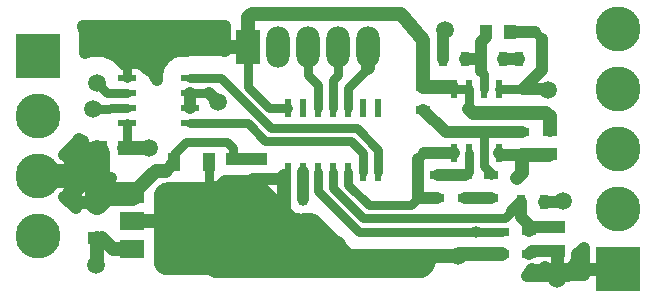
<source format=gbr>
G04 #@! TF.FileFunction,Copper,L1,Top,Signal*
%FSLAX46Y46*%
G04 Gerber Fmt 4.6, Leading zero omitted, Abs format (unit mm)*
G04 Created by KiCad (PCBNEW 4.0.6) date Thursday, 09 June 2022 'PMt' 12:22:57*
%MOMM*%
%LPD*%
G01*
G04 APERTURE LIST*
%ADD10C,0.100000*%
%ADD11R,2.000000X3.000000*%
%ADD12O,2.000000X3.500000*%
%ADD13R,1.600000X1.000000*%
%ADD14R,1.000000X1.250000*%
%ADD15R,1.250000X1.000000*%
%ADD16R,1.550000X0.600000*%
%ADD17C,3.810000*%
%ADD18R,3.810000X3.810000*%
%ADD19R,0.700000X1.300000*%
%ADD20R,1.300000X0.700000*%
%ADD21R,2.000000X3.800000*%
%ADD22R,2.000000X1.500000*%
%ADD23R,0.600000X1.550000*%
%ADD24R,0.600000X1.500000*%
%ADD25R,1.000000X1.600000*%
%ADD26C,1.500000*%
%ADD27C,1.000000*%
%ADD28C,0.800000*%
%ADD29C,1.200000*%
%ADD30C,0.500000*%
%ADD31C,1.000000*%
%ADD32C,2.000000*%
G04 APERTURE END LIST*
D10*
D11*
X22520000Y22410000D03*
D12*
X25060000Y22410000D03*
X27600000Y22410000D03*
X30140000Y22410000D03*
X32680000Y22410000D03*
D13*
X9720000Y6210000D03*
X9720000Y9210000D03*
D14*
X12020000Y13810000D03*
X10020000Y13810000D03*
D15*
X21180000Y10910000D03*
X21180000Y12910000D03*
X23520000Y10890000D03*
X23520000Y12890000D03*
X48720000Y7110000D03*
X48720000Y5110000D03*
D16*
X17620000Y15905000D03*
X17620000Y17175000D03*
X17620000Y18445000D03*
X17620000Y19715000D03*
X12220000Y19715000D03*
X12220000Y18445000D03*
X12220000Y17175000D03*
X12220000Y15905000D03*
D17*
X4720000Y16550000D03*
X4720000Y11470000D03*
D18*
X4720000Y21630000D03*
D17*
X4720000Y6390000D03*
D19*
X47540000Y9270000D03*
X45640000Y9270000D03*
D20*
X46320000Y6760000D03*
X46320000Y4860000D03*
X44020000Y4810000D03*
X44020000Y6710000D03*
X38530000Y9610000D03*
X38530000Y11510000D03*
X43060000Y9620000D03*
X43060000Y11520000D03*
X45720000Y13260000D03*
X45720000Y15160000D03*
X37320000Y17060000D03*
X37320000Y18960000D03*
D21*
X18970000Y7610000D03*
D22*
X12670000Y7610000D03*
X12670000Y5310000D03*
X12670000Y9910000D03*
D23*
X43725000Y18810000D03*
X42455000Y18810000D03*
X41185000Y18810000D03*
X39915000Y18810000D03*
X39915000Y13410000D03*
X41185000Y13410000D03*
X42455000Y13410000D03*
X43725000Y13410000D03*
D24*
X25910000Y11810000D03*
X27180000Y11810000D03*
X28450000Y11810000D03*
X29720000Y11810000D03*
X30990000Y11810000D03*
X32260000Y11810000D03*
X33530000Y11810000D03*
X33530000Y17210000D03*
X32260000Y17210000D03*
X30990000Y17210000D03*
X29720000Y17210000D03*
X28450000Y17210000D03*
X27180000Y17210000D03*
X25910000Y17210000D03*
D17*
X53820000Y8630000D03*
X53820000Y13710000D03*
D18*
X53820000Y3550000D03*
D17*
X53820000Y18790000D03*
X53820000Y23870000D03*
D25*
X19220000Y12610000D03*
X16220000Y12610000D03*
D15*
X48020000Y13310000D03*
X48020000Y15310000D03*
D19*
X45470000Y21350000D03*
X47370000Y21350000D03*
X42200000Y21350000D03*
X44100000Y21350000D03*
X38960000Y21350000D03*
X40860000Y21350000D03*
D20*
X40850000Y9600000D03*
X40850000Y11500000D03*
D14*
X44680000Y23640000D03*
X42680000Y23640000D03*
D26*
X9620000Y3910000D03*
X9720000Y11540000D03*
X48620000Y2760000D03*
D27*
X45300000Y11260000D03*
D26*
X21320000Y8810000D03*
X14070000Y13860000D03*
X40270000Y4710000D03*
X19920000Y17710000D03*
D27*
X27120000Y9410000D03*
D26*
X9720000Y19310000D03*
X9330000Y17090000D03*
D27*
X41820000Y6710000D03*
D26*
X39140000Y23780000D03*
X47880000Y18750000D03*
X49180000Y9300000D03*
D28*
X9720000Y6210000D02*
X10120000Y6210000D01*
D29*
X10120000Y6210000D02*
X11020000Y5310000D01*
X11020000Y5310000D02*
X12670000Y5310000D01*
X9720000Y4010000D02*
X9720000Y6210000D01*
D30*
X9620000Y3910000D02*
X9720000Y4010000D01*
D28*
X25910000Y17210000D02*
X24275638Y17210000D01*
X22520000Y18965638D02*
X22520000Y22410000D01*
X24275638Y17210000D02*
X22520000Y18965638D01*
D29*
X15520000Y11910000D02*
X14670000Y11910000D01*
D31*
X16220000Y12610000D02*
X15520000Y11910000D01*
D29*
X14670000Y11910000D02*
X12670000Y9910000D01*
D32*
X12670000Y9910000D02*
X10420000Y9910000D01*
X10420000Y9910000D02*
X9720000Y9210000D01*
X9720000Y9210000D02*
X9720000Y11540000D01*
X9720000Y11540000D02*
X9720000Y13510000D01*
X9720000Y13510000D02*
X9790000Y13440000D01*
X9790000Y13440000D02*
X9790000Y11820000D01*
X9790000Y11820000D02*
X9440000Y11470000D01*
X9440000Y11470000D02*
X4720000Y11470000D01*
D31*
X21180000Y12910000D02*
X23500000Y12910000D01*
D30*
X23500000Y12910000D02*
X23520000Y12890000D01*
D28*
X20360000Y14310000D02*
X20720000Y14310000D01*
X21180000Y13850000D02*
X21180000Y12910000D01*
X20720000Y14310000D02*
X21180000Y13850000D01*
D29*
X37320000Y18960000D02*
X37320000Y22960000D01*
X37320000Y22960000D02*
X35420000Y25200000D01*
X35420000Y25200000D02*
X22820000Y25200000D01*
X22820000Y25200000D02*
X22520000Y24900000D01*
X22520000Y24900000D02*
X22520000Y22410000D01*
X48020000Y15310000D02*
X48020000Y16510000D01*
D28*
X41185000Y17145000D02*
X41185000Y18810000D01*
D29*
X41520000Y16810000D02*
X41185000Y17145000D01*
X47720000Y16810000D02*
X41520000Y16810000D01*
D28*
X48020000Y16510000D02*
X47720000Y16810000D01*
X39915000Y18810000D02*
X41185000Y18810000D01*
D29*
X37320000Y18960000D02*
X39765000Y18960000D01*
D30*
X39765000Y18960000D02*
X39915000Y18810000D01*
D31*
X48720000Y5110000D02*
X46570000Y5110000D01*
X46570000Y5110000D02*
X46320000Y4860000D01*
X48720000Y5110000D02*
X48720000Y2860000D01*
D30*
X48720000Y2860000D02*
X48620000Y2760000D01*
D28*
X16220000Y12610000D02*
X16220000Y13310000D01*
X16220000Y13310000D02*
X17220000Y14310000D01*
X17220000Y14310000D02*
X20360000Y14310000D01*
D30*
X20360000Y14310000D02*
X20420000Y14310000D01*
D29*
X22520000Y22410000D02*
X13120000Y22410000D01*
X13120000Y22410000D02*
X12220000Y21510000D01*
D28*
X12220000Y21510000D02*
X12220000Y19715000D01*
D29*
X45720000Y11680000D02*
X45720000Y13260000D01*
X45300000Y11260000D02*
X45720000Y11680000D01*
D32*
X18970000Y7610000D02*
X18970000Y4660000D01*
X20620000Y7260000D02*
X23970000Y7260000D01*
X20570000Y7310000D02*
X20620000Y7260000D01*
X20570000Y5660000D02*
X20570000Y7310000D01*
X20870000Y5360000D02*
X20570000Y5660000D01*
X29720000Y5360000D02*
X20870000Y5360000D01*
X29820000Y5460000D02*
X29720000Y5360000D01*
X25820000Y5460000D02*
X29820000Y5460000D01*
X22670000Y8610000D02*
X25820000Y5460000D01*
X17270000Y8610000D02*
X22670000Y8610000D01*
X17020000Y8360000D02*
X17270000Y8610000D01*
X17020000Y5360000D02*
X17020000Y8360000D01*
X16920000Y5260000D02*
X17020000Y5360000D01*
X18320000Y5260000D02*
X16920000Y5260000D01*
X19520000Y4060000D02*
X18320000Y5260000D01*
X15570000Y4060000D02*
X19520000Y4060000D01*
X15570000Y9810000D02*
X15570000Y4060000D01*
X15720000Y9960000D02*
X15570000Y9810000D01*
X19270000Y9960000D02*
X15720000Y9960000D01*
X19320000Y10010000D02*
X19270000Y9960000D01*
X21020000Y10010000D02*
X19320000Y10010000D01*
X21070000Y10060000D02*
X21020000Y10010000D01*
X23320000Y10060000D02*
X21070000Y10060000D01*
X26020000Y7360000D02*
X23320000Y10060000D01*
X27096654Y7186654D02*
X26020000Y7360000D01*
X27195000Y7285000D02*
X27096654Y7186654D01*
X27795000Y7285000D02*
X27195000Y7285000D01*
X31093346Y3986654D02*
X27795000Y7285000D01*
X37420000Y4160000D02*
X31093346Y3986654D01*
X37120000Y3860000D02*
X37420000Y4160000D01*
X19770000Y3860000D02*
X37120000Y3860000D01*
X18970000Y4660000D02*
X19770000Y3860000D01*
D29*
X12020000Y13810000D02*
X14020000Y13810000D01*
D30*
X20120000Y7610000D02*
X18970000Y7610000D01*
X21320000Y8810000D02*
X20120000Y7610000D01*
X14020000Y13810000D02*
X14070000Y13860000D01*
D29*
X40270000Y4710000D02*
X28920000Y4710000D01*
D30*
X25520000Y11420000D02*
X25910000Y11810000D01*
D29*
X25520000Y8110000D02*
X25520000Y11420000D01*
D30*
X28920000Y4710000D02*
X25520000Y8110000D01*
D29*
X40370000Y4810000D02*
X44020000Y4810000D01*
D30*
X40270000Y4710000D02*
X40370000Y4810000D01*
D29*
X45720000Y13260000D02*
X47970000Y13260000D01*
D30*
X47970000Y13260000D02*
X48020000Y13310000D01*
D31*
X45720000Y13260000D02*
X43875000Y13260000D01*
X43875000Y13260000D02*
X43725000Y13410000D01*
D30*
X21120000Y11110000D02*
X23420000Y11110000D01*
X23420000Y11110000D02*
X23520000Y11210000D01*
D28*
X19220000Y12610000D02*
X19220000Y10110000D01*
D30*
X19220000Y10110000D02*
X18970000Y9860000D01*
D28*
X12220000Y15905000D02*
X12220000Y14010000D01*
X12220000Y14010000D02*
X12020000Y13810000D01*
D30*
X25910000Y11810000D02*
X25310000Y11210000D01*
D31*
X22920000Y11210000D02*
X25310000Y11210000D01*
D29*
X18970000Y7610000D02*
X12670000Y7610000D01*
D30*
X20420000Y11310000D02*
X22820000Y11310000D01*
X22820000Y11310000D02*
X22920000Y11210000D01*
X18970000Y7610000D02*
X18970000Y9860000D01*
X18970000Y9860000D02*
X20420000Y11310000D01*
D28*
X29720000Y11810000D02*
X29720000Y10437206D01*
D31*
X44830000Y8460000D02*
X45640000Y9270000D01*
D28*
X44280002Y7910002D02*
X44830000Y8460000D01*
X32247204Y7910002D02*
X44280002Y7910002D01*
X29720000Y10437206D02*
X32247204Y7910002D01*
D31*
X46320000Y6760000D02*
X46320000Y7280000D01*
X46320000Y7280000D02*
X45640000Y7960000D01*
X45640000Y7960000D02*
X45640000Y9270000D01*
X48720000Y7110000D02*
X46670000Y7110000D01*
D30*
X46670000Y7110000D02*
X46320000Y6760000D01*
X48620000Y7210000D02*
X48720000Y7110000D01*
D31*
X17620000Y18445000D02*
X17620000Y17175000D01*
X27180000Y11810000D02*
X27180000Y9470000D01*
D28*
X19185000Y18445000D02*
X17620000Y18445000D01*
D31*
X19920000Y17710000D02*
X19185000Y18445000D01*
D30*
X27180000Y9470000D02*
X27120000Y9410000D01*
D28*
X10585000Y18445000D02*
X12220000Y18445000D01*
X9720000Y19310000D02*
X10585000Y18445000D01*
X12220000Y17175000D02*
X9395000Y17155000D01*
D31*
X9395000Y17155000D02*
X9330000Y17090000D01*
D30*
X41820000Y6710000D02*
X44020000Y6710000D01*
D28*
X44020000Y6710000D02*
X31891568Y6710000D01*
X28450000Y10151568D02*
X28450000Y11810000D01*
X31891568Y6710000D02*
X28450000Y10151568D01*
D30*
X28420000Y11780000D02*
X28450000Y11810000D01*
D31*
X38960000Y21350000D02*
X38960000Y23600000D01*
D30*
X38960000Y23600000D02*
X39140000Y23780000D01*
D31*
X47820000Y18810000D02*
X45770000Y18810000D01*
D30*
X47880000Y18750000D02*
X47820000Y18810000D01*
D31*
X47370000Y21350000D02*
X47370000Y20410000D01*
D28*
X45770000Y18810000D02*
X43725000Y18810000D01*
D31*
X47370000Y20410000D02*
X45770000Y18810000D01*
X44680000Y23640000D02*
X46810000Y23640000D01*
X47370000Y23080000D02*
X47370000Y21350000D01*
D28*
X46810000Y23640000D02*
X47370000Y23080000D01*
D31*
X49150000Y9270000D02*
X47540000Y9270000D01*
D30*
X49180000Y9300000D02*
X49150000Y9270000D01*
D28*
X32260000Y13055784D02*
X32260000Y13394362D01*
X17620000Y15905000D02*
X19625000Y15905000D01*
X32260000Y13055784D02*
X32260000Y11810000D01*
X22469362Y15905000D02*
X19625000Y15905000D01*
X23964364Y14409998D02*
X22469362Y15905000D01*
X31244364Y14409998D02*
X23964364Y14409998D01*
X32260000Y13394362D02*
X31244364Y14409998D01*
D30*
X32260000Y11810000D02*
X32260000Y12970000D01*
D28*
X33530000Y13160000D02*
X33530000Y13680000D01*
X20215000Y19715000D02*
X17620000Y19715000D01*
X24420000Y15510000D02*
X20215000Y19715000D01*
X31700000Y15510000D02*
X24420000Y15510000D01*
X33530000Y13680000D02*
X31700000Y15510000D01*
X33530000Y11810000D02*
X33530000Y13160000D01*
X33530000Y13160000D02*
X33530000Y13200000D01*
X30990000Y11810000D02*
X30990000Y10722844D01*
X36270004Y9010004D02*
X36870000Y9610000D01*
X32702840Y9010004D02*
X36270004Y9010004D01*
X30990000Y10722844D02*
X32702840Y9010004D01*
D31*
X39915000Y13410000D02*
X37400000Y13410000D01*
X36870000Y12880000D02*
X36870000Y9610000D01*
D28*
X37400000Y13410000D02*
X36870000Y12880000D01*
D31*
X38530000Y9610000D02*
X36870000Y9610000D01*
D28*
X30990000Y17210000D02*
X30990000Y18880000D01*
D29*
X32680000Y20570000D02*
X32680000Y22410000D01*
D28*
X30990000Y18880000D02*
X32680000Y20570000D01*
D31*
X40850000Y9600000D02*
X43040000Y9600000D01*
D30*
X43040000Y9600000D02*
X43060000Y9620000D01*
D28*
X29720000Y17210000D02*
X29720000Y19610000D01*
X30140000Y20030000D02*
X30140000Y22410000D01*
X29720000Y19610000D02*
X30140000Y20030000D01*
X28450000Y17210000D02*
X28450000Y19180000D01*
X27600000Y20030000D02*
X27600000Y22410000D01*
X28450000Y19180000D02*
X27600000Y20030000D01*
D31*
X44100000Y21350000D02*
X45470000Y21350000D01*
X40850000Y11500000D02*
X38540000Y11500000D01*
D30*
X38540000Y11500000D02*
X38530000Y11510000D01*
D28*
X41185000Y13410000D02*
X41185000Y11835000D01*
D30*
X41185000Y11835000D02*
X40850000Y11500000D01*
D28*
X42455000Y13410000D02*
X42455000Y12315000D01*
X42455000Y12315000D02*
X43060000Y11710000D01*
X43060000Y11710000D02*
X43060000Y11520000D01*
D31*
X42770000Y15160000D02*
X39220000Y15160000D01*
X39220000Y15160000D02*
X37320000Y17060000D01*
X45720000Y15160000D02*
X42770000Y15160000D01*
D28*
X42455000Y14845000D02*
X42455000Y13410000D01*
X42770000Y15160000D02*
X42455000Y14845000D01*
D31*
X42200000Y21350000D02*
X40860000Y21350000D01*
D28*
X42680000Y23640000D02*
X42680000Y23250000D01*
D31*
X42680000Y23250000D02*
X42200000Y22770000D01*
X42200000Y22770000D02*
X42200000Y21350000D01*
X42200000Y21350000D02*
X42200000Y20360000D01*
D28*
X42455000Y20105000D02*
X42455000Y18810000D01*
D30*
X42200000Y20360000D02*
X42455000Y20105000D01*
D31*
G36*
X50907000Y3852000D02*
X51159000Y3600000D01*
X53770000Y3600000D01*
X53770000Y3620000D01*
X53870000Y3620000D01*
X53870000Y3600000D01*
X53890000Y3600000D01*
X53890000Y3500000D01*
X53870000Y3500000D01*
X53870000Y3480000D01*
X53770000Y3480000D01*
X53770000Y3500000D01*
X51159000Y3500000D01*
X50907000Y3248000D01*
X50907000Y3035000D01*
X49870000Y3035000D01*
X49618633Y2985000D01*
X46071196Y2985000D01*
X46091862Y2998298D01*
X46511517Y3612483D01*
X46622000Y3502000D01*
X47170503Y3502000D01*
X47540986Y3655459D01*
X47606726Y3721199D01*
X47894497Y3602000D01*
X48418000Y3602000D01*
X48670000Y3854000D01*
X48670000Y4570818D01*
X48770000Y4570818D01*
X48770000Y3854000D01*
X49022000Y3602000D01*
X49545503Y3602000D01*
X49915986Y3755459D01*
X50199541Y4039014D01*
X50353000Y4409496D01*
X50353000Y4808000D01*
X50307983Y4853017D01*
X50766862Y5148298D01*
X50907000Y5353397D01*
X50907000Y3852000D01*
X50907000Y3852000D01*
G37*
X50907000Y3852000D02*
X51159000Y3600000D01*
X53770000Y3600000D01*
X53770000Y3620000D01*
X53870000Y3620000D01*
X53870000Y3600000D01*
X53890000Y3600000D01*
X53890000Y3500000D01*
X53870000Y3500000D01*
X53870000Y3480000D01*
X53770000Y3480000D01*
X53770000Y3500000D01*
X51159000Y3500000D01*
X50907000Y3248000D01*
X50907000Y3035000D01*
X49870000Y3035000D01*
X49618633Y2985000D01*
X46071196Y2985000D01*
X46091862Y2998298D01*
X46511517Y3612483D01*
X46622000Y3502000D01*
X47170503Y3502000D01*
X47540986Y3655459D01*
X47606726Y3721199D01*
X47894497Y3602000D01*
X48418000Y3602000D01*
X48670000Y3854000D01*
X48670000Y4570818D01*
X48770000Y4570818D01*
X48770000Y3854000D01*
X49022000Y3602000D01*
X49545503Y3602000D01*
X49915986Y3755459D01*
X50199541Y4039014D01*
X50353000Y4409496D01*
X50353000Y4808000D01*
X50307983Y4853017D01*
X50766862Y5148298D01*
X50907000Y5353397D01*
X50907000Y3852000D01*
G36*
X8512000Y14452007D02*
X8512000Y14112000D01*
X8764000Y13860000D01*
X9429946Y13860000D01*
X9420000Y13810000D01*
X9429946Y13760000D01*
X8764000Y13760000D01*
X8512000Y13508000D01*
X8512000Y12984497D01*
X8665459Y12614014D01*
X8949014Y12330459D01*
X9319496Y12177000D01*
X9718000Y12177000D01*
X9763017Y12222017D01*
X10058298Y11763138D01*
X10726644Y11306477D01*
X10863280Y11278807D01*
X10815459Y11230986D01*
X10662000Y10860503D01*
X10662000Y10718000D01*
X10022000Y10718000D01*
X9770000Y10466000D01*
X9770000Y9260000D01*
X9790000Y9260000D01*
X9790000Y9160000D01*
X9770000Y9160000D01*
X9770000Y9140000D01*
X9670000Y9140000D01*
X9670000Y9160000D01*
X8164000Y9160000D01*
X7912000Y8908000D01*
X7912000Y8719753D01*
X6946774Y9686665D01*
X7151885Y9764936D01*
X7216043Y9910504D01*
X7912000Y9910504D01*
X7912000Y9512000D01*
X8164000Y9260000D01*
X9670000Y9260000D01*
X9670000Y10466000D01*
X9418000Y10718000D01*
X8719497Y10718000D01*
X8349014Y10564541D01*
X8065459Y10280986D01*
X7912000Y9910504D01*
X7216043Y9910504D01*
X7619269Y10825368D01*
X7645265Y11983940D01*
X7225916Y13064269D01*
X7151885Y13175064D01*
X6945422Y13253851D01*
X8028567Y14335107D01*
X8141065Y14606033D01*
X8512000Y14452007D01*
X8512000Y14452007D01*
G37*
X8512000Y14452007D02*
X8512000Y14112000D01*
X8764000Y13860000D01*
X9429946Y13860000D01*
X9420000Y13810000D01*
X9429946Y13760000D01*
X8764000Y13760000D01*
X8512000Y13508000D01*
X8512000Y12984497D01*
X8665459Y12614014D01*
X8949014Y12330459D01*
X9319496Y12177000D01*
X9718000Y12177000D01*
X9763017Y12222017D01*
X10058298Y11763138D01*
X10726644Y11306477D01*
X10863280Y11278807D01*
X10815459Y11230986D01*
X10662000Y10860503D01*
X10662000Y10718000D01*
X10022000Y10718000D01*
X9770000Y10466000D01*
X9770000Y9260000D01*
X9790000Y9260000D01*
X9790000Y9160000D01*
X9770000Y9160000D01*
X9770000Y9140000D01*
X9670000Y9140000D01*
X9670000Y9160000D01*
X8164000Y9160000D01*
X7912000Y8908000D01*
X7912000Y8719753D01*
X6946774Y9686665D01*
X7151885Y9764936D01*
X7216043Y9910504D01*
X7912000Y9910504D01*
X7912000Y9512000D01*
X8164000Y9260000D01*
X9670000Y9260000D01*
X9670000Y10466000D01*
X9418000Y10718000D01*
X8719497Y10718000D01*
X8349014Y10564541D01*
X8065459Y10280986D01*
X7912000Y9910504D01*
X7216043Y9910504D01*
X7619269Y10825368D01*
X7645265Y11983940D01*
X7225916Y13064269D01*
X7151885Y13175064D01*
X6945422Y13253851D01*
X8028567Y14335107D01*
X8141065Y14606033D01*
X8512000Y14452007D01*
G36*
X4804853Y11484142D02*
X4790711Y11470000D01*
X4804853Y11455858D01*
X4734142Y11385147D01*
X4720000Y11399289D01*
X4705858Y11385147D01*
X4635147Y11455858D01*
X4649289Y11470000D01*
X4635147Y11484142D01*
X4705858Y11554853D01*
X4720000Y11540711D01*
X4734142Y11554853D01*
X4804853Y11484142D01*
X4804853Y11484142D01*
G37*
X4804853Y11484142D02*
X4790711Y11470000D01*
X4804853Y11455858D01*
X4734142Y11385147D01*
X4720000Y11399289D01*
X4705858Y11385147D01*
X4635147Y11455858D01*
X4649289Y11470000D01*
X4635147Y11484142D01*
X4705858Y11554853D01*
X4720000Y11540711D01*
X4734142Y11554853D01*
X4804853Y11484142D01*
G36*
X20512000Y24110504D02*
X20512000Y22712000D01*
X20764000Y22460000D01*
X22060000Y22460000D01*
X22060000Y22360000D01*
X20764000Y22360000D01*
X20512000Y22108000D01*
X20512000Y22055923D01*
X20215000Y22115000D01*
X17620000Y22115000D01*
X17314247Y22054182D01*
X16845000Y22054182D01*
X16103844Y21914724D01*
X15423138Y21476702D01*
X14966477Y20808356D01*
X14805818Y20015000D01*
X14805818Y19624320D01*
X14456702Y20166862D01*
X13852007Y20580032D01*
X13849541Y20585986D01*
X13565986Y20869541D01*
X13195504Y21023000D01*
X12522000Y21023000D01*
X12323427Y20824427D01*
X12220000Y20845000D01*
X12096000Y20845000D01*
X11918000Y21023000D01*
X11895685Y21023000D01*
X11279784Y21639977D01*
X10269409Y22059522D01*
X9175391Y22060477D01*
X8664182Y21849249D01*
X8664182Y23535000D01*
X8541876Y24185000D01*
X20542857Y24185000D01*
X20512000Y24110504D01*
X20512000Y24110504D01*
G37*
X20512000Y24110504D02*
X20512000Y22712000D01*
X20764000Y22460000D01*
X22060000Y22460000D01*
X22060000Y22360000D01*
X20764000Y22360000D01*
X20512000Y22108000D01*
X20512000Y22055923D01*
X20215000Y22115000D01*
X17620000Y22115000D01*
X17314247Y22054182D01*
X16845000Y22054182D01*
X16103844Y21914724D01*
X15423138Y21476702D01*
X14966477Y20808356D01*
X14805818Y20015000D01*
X14805818Y19624320D01*
X14456702Y20166862D01*
X13852007Y20580032D01*
X13849541Y20585986D01*
X13565986Y20869541D01*
X13195504Y21023000D01*
X12522000Y21023000D01*
X12323427Y20824427D01*
X12220000Y20845000D01*
X12096000Y20845000D01*
X11918000Y21023000D01*
X11895685Y21023000D01*
X11279784Y21639977D01*
X10269409Y22059522D01*
X9175391Y22060477D01*
X8664182Y21849249D01*
X8664182Y23535000D01*
X8541876Y24185000D01*
X20542857Y24185000D01*
X20512000Y24110504D01*
M02*

</source>
